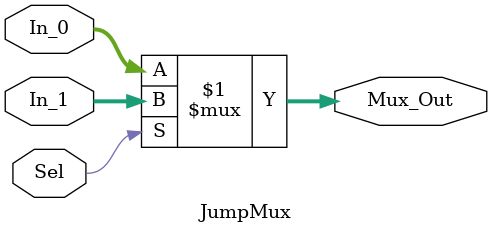
<source format=v>
`timescale 1ns / 1ps

module JumpMux(
    input Sel,
    input [31:0] In_0,
    input [31:0] In_1,
    output [31:0] Mux_Out
    );
    assign Mux_Out = Sel ? In_1 : In_0;
endmodule

</source>
